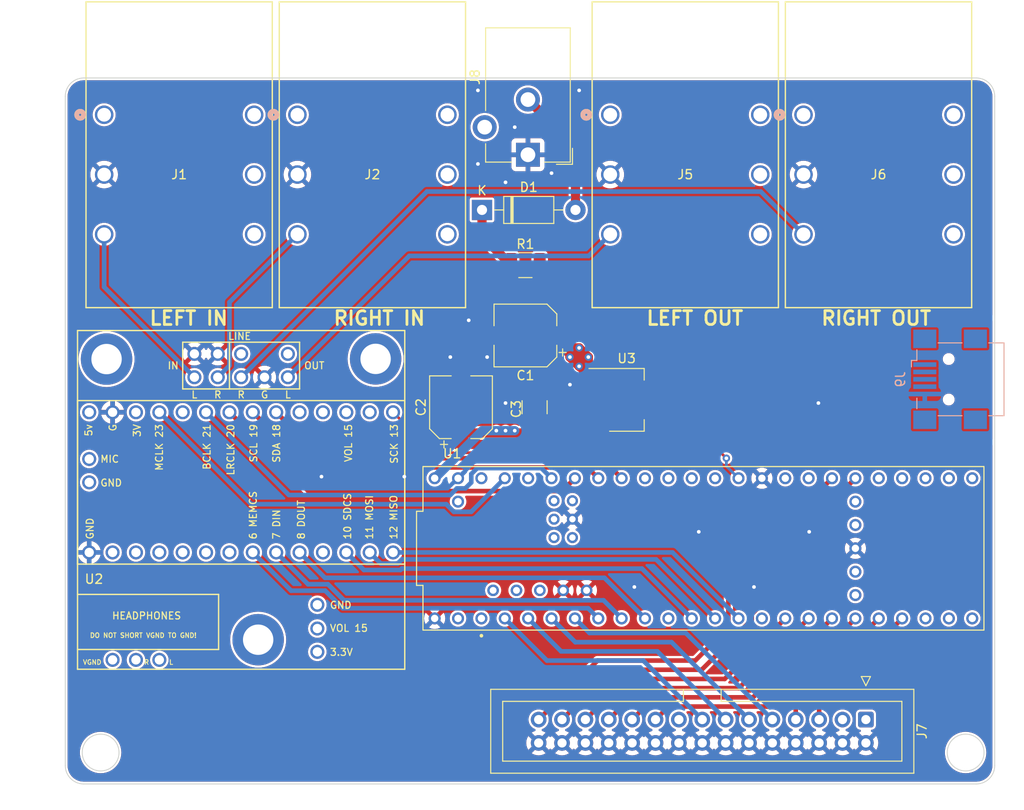
<source format=kicad_pcb>
(kicad_pcb (version 20221018) (generator pcbnew)
  (layers (0 "F.Cu" signal) (1 "In1.Cu" signal) (2 "In2.Cu" signal) (31 "B.Cu" signal) (34 "B.Paste" user) (35 "F.Paste" user) (36 "B.SilkS" user "B.Silkscreen") (37 "F.SilkS" user "F.Silkscreen") (38 "B.Mask" user) (39 "F.Mask" user) (44 "Edge.Cuts" user))
  (net 0 "")
  (net 17 "GND")
  (net 18 "+3.3V")
  (net 19 "FSW_1")
  (net 20 "FSW_2")
  (net 21 "+9V")
  (net 22 "+5V")
  (net 23 "LED_GSCLK")
  (net 24 "LED_BLANK")
  (net 25 "LED_XLAT")
  (net 26 "LED_SCLK")
  (net 27 "LED_SIN")
  (net 28 "POT_1")
  (net 29 "POT_2")
  (net 30 "POT_3")
  (net 31 "POT_4")
  (net 32 "POT_5")
  (net 33 "POT_6")
  (net 35 "Net-(J9-D-)")
  (net 36 "Net-(J9-D+)")
  (net 38 "Audio MEMCS")
  (net 45 "Audio DIN")
  (net 46 "Audio DOUT")
  (net 47 "Audio SDCS")
  (net 49 "Audio MOSI")
  (net 50 "Audio MISO")
  (net 51 "Audio SCK")
  (net 56 "Audio SDA")
  (net 59 "Audio SCL")
  (net 60 "Audio LRCLK")
  (net 61 "L Line In")
  (net 62 "R Line In")
  (net 63 "L Line Out")
  (net 64 "R Line Out")
  (net 65 "Audio BCLK")
  (net 66 "Audio MCLK")
  (net 103 "Net-(D1-K)")
  (net 104 "Net-(D1-A)")
  (net 105 "Earth")
  (footprint "Custom Audio Connectors:ACJS-IH_AMP" (layer "F.Cu") (at 160.383401 68.652701)
    (fp_text reference "J5" (at 8.149999 6.5 unlocked) (layer "F.SilkS"))
    (fp_text value "ACJS-IH")
    (pad "R" thru_hole circle (at 0 6.5) (size 2.0066 2.0066) (drill 1.4986) (layers "*.Cu" "*.Mask") (net 17 "GND"))
    (pad "RN" thru_hole circle (at 16.299998 6.5) (size 2.0066 2.0066) (drill 1.4986) (layers "*.Cu" "*.Mask"))
    (pad "S" thru_hole circle (at 0 0) (size 2.0066 2.0066) (drill 1.4986) (layers "*.Cu" "*.Mask"))
    (pad "SN" thru_hole circle (at 16.299998 0) (size 2.0066 2.0066) (drill 1.4986) (layers "*.Cu" "*.Mask"))
    (pad "T" thru_hole circle (at 0 12.999999) (size 2.0066 2.0066) (drill 1.4986) (layers "*.Cu" "*.Mask") (net 63 "L Line Out"))
    (pad "TN" thru_hole circle (at 16.299998 12.999999) (size 2.0066 2.0066) (drill 1.4986) (layers "*.Cu" "*.Mask"))
  )
  (footprint "Custom Audio Connectors:ACJS-IH_AMP" (layer "F.Cu") (at 181.383401 68.652701)
    (fp_text reference "J6" (at 8.149999 6.5 unlocked) (layer "F.SilkS"))
    (fp_text value "ACJS-IH")
    (pad "R" thru_hole circle (at 0 6.5) (size 2.0066 2.0066) (drill 1.4986) (layers "*.Cu" "*.Mask") (net 17 "GND"))
    (pad "RN" thru_hole circle (at 16.299998 6.5) (size 2.0066 2.0066) (drill 1.4986) (layers "*.Cu" "*.Mask"))
    (pad "S" thru_hole circle (at 0 0) (size 2.0066 2.0066) (drill 1.4986) (layers "*.Cu" "*.Mask"))
    (pad "SN" thru_hole circle (at 16.299998 0) (size 2.0066 2.0066) (drill 1.4986) (layers "*.Cu" "*.Mask"))
    (pad "T" thru_hole circle (at 0 12.999999) (size 2.0066 2.0066) (drill 1.4986) (layers "*.Cu" "*.Mask") (net 64 "R Line Out"))
    (pad "TN" thru_hole circle (at 16.299998 12.999999) (size 2.0066 2.0066) (drill 1.4986) (layers "*.Cu" "*.Mask"))
  )
  (footprint "Diode_THT:D_DO-41_SOD81_P10.16mm_Horizontal" (layer "F.Cu") (at 146.443645 79)
    (fp_text reference "D1" (at 5.08 -2.47) (layer "F.SilkS"))
    (fp_text value "D")
    (fp_text user "K" (at 0 -2.1) (layer "F.SilkS"))
    (pad "1" thru_hole rect (at 0 0) (size 2.2 2.2) (drill 1.1) (layers "*.Cu" "*.Mask") (net 103 "Net-(D1-K)"))
    (pad "2" thru_hole oval (at 10.16 0) (size 2.2 2.2) (drill 1.1) (layers "*.Cu" "*.Mask") (net 104 "Net-(D1-A)"))
  )
  (footprint "Resistor_SMD:R_1210_3225Metric_Pad1.30x2.65mm_HandSolder" (layer "F.Cu") (at 151.16 85)
    (fp_text reference "R1" (at 0 -2.28) (layer "F.SilkS"))
    (fp_text value "47R")
    (pad "1" smd roundrect (at -1.55 0) (size 1.3 2.65) (layers "F.Cu" "F.Paste" "F.Mask") (roundrect_rratio 0.1923076923) (net 103 "Net-(D1-K)"))
    (pad "2" smd roundrect (at 1.55 0) (size 1.3 2.65) (layers "F.Cu" "F.Paste" "F.Mask") (roundrect_rratio 0.1923076923) (net 21 "+9V"))
  )
  (footprint "Imported Footprints:4.0audioshield" (layer "F.Cu") (at 103.76 116.242701)
    (fp_text reference "U2" (at 0.5207 2.89814) (layer "F.SilkS"))
    (fp_text value "Teensy4.0_AudioShield_REVD")
    (fp_text user "GND" (at 0.08636 -2.594852 90) (layer "F.SilkS") (effects (font (size 0.762 0.762) (thickness 0.127))))
    (fp_text user "L" (at 8.90524 11.94054) (layer "F.SilkS") (effects (font (size 0.508 0.508) (thickness 0.1016))))
    (fp_text user "L" (at 21.59 -17.145) (layer "F.SilkS") (effects (font (size 0.762 0.762) (thickness 0.127))))
    (fp_text user "GND" (at 27.331489 5.73278) (layer "F.SilkS") (effects (font (size 0.762 0.762) (thickness 0.127))))
    (fp_text user "BCLK 21" (at 12.79144 -11.476808 90) (layer "F.SilkS") (effects (font (size 0.762 0.762) (thickness 0.127))))
    (fp_text user "VOL 15" (at 28.1686 -11.894094 90) (layer "F.SilkS") (effects (font (size 0.762 0.762) (thickness 0.127))))
    (fp_text user "R" (at 6.23316 11.94054) (layer "F.SilkS") (effects (font (size 0.508 0.508) (thickness 0.1016))))
    (fp_text user "7 DIN" (at 20.35302 -3.048423 90) (layer "F.SilkS") (effects (font (size 0.762 0.762) (thickness 0.127))))
    (fp_text user "SCL 19" (at 17.86636 -11.875951 90) (layer "F.SilkS") (effects (font (size 0.762 0.762) (thickness 0.127))))
    (fp_text user "L" (at 11.43 -17.145) (layer "F.SilkS") (effects (font (size 0.762 0.762) (thickness 0.127))))
    (fp_text user "VOL 15" (at 28.220489 8.23976) (layer "F.SilkS") (effects (font (size 0.762 0.762) (thickness 0.127))))
    (fp_text user "8 DOUT" (at 23.04288 -3.556423 90) (layer "F.SilkS") (effects (font (size 0.762 0.762) (thickness 0.127))))
    (fp_text user "LINE" (at 16.34236 -23.51024) (layer "F.SilkS") (effects (font (size 0.762 0.762) (thickness 0.127))))
    (fp_text user "GND" (at 2.3876 -7.56412) (layer "F.SilkS") (effects (font (size 0.762 0.762) (thickness 0.127))))
    (fp_text user "MCLK 23" (at 7.61492 -11.42238 90) (layer "F.SilkS") (effects (font (size 0.762 0.762) (thickness 0.127))))
    (fp_text user "5v" (at -0.05588 -13.291094 90) (layer "F.SilkS") (effects (font (size 0.762 0.762) (thickness 0.127))))
    (fp_text user "11 MOSI" (at 30.45206 -3.828566 90) (layer "F.SilkS") (effects (font (size 0.762 0.762) (thickness 0.127))))
    (fp_text user "MIC" (at 2.224314 -10.15238) (layer "F.SilkS") (effects (font (size 0.762 0.762) (thickness 0.127))))
    (fp_text user "3V" (at 5.20954 -13.254808 90) (layer "F.SilkS") (effects (font (size 0.762 0.762) (thickness 0.127))))
    (fp_text user "G" (at 2.57048 -13.563237 90) (layer "F.SilkS") (effects (font (size 0.762 0.762) (thickness 0.127))))
    (fp_text user "6 MEMCS" (at 17.81556 -4.04628 270) (layer "F.SilkS") (effects (font (size 0.762 0.762) (thickness 0.127))))
    (fp_text user "SDA 18" (at 20.35302 -11.857808 90) (layer "F.SilkS") (effects (font (size 0.762 0.762) (thickness 0.127))))
    (fp_text user "SCK 13" (at 33.14192 -11.80338 270) (layer "F.SilkS") (effects (font (size 0.762 0.762) (thickness 0.127))))
    (fp_text user "10 SDCS" (at 28.067 -3.937423 90) (layer "F.SilkS") (effects (font (size 0.762 0.762) (thickness 0.127))))
    (fp_text user "3.3V" (at 27.40406 10.8458) (layer "F.SilkS") (effects (font (size 0.762 0.762) (thickness 0.127))))
    (fp_text user "OUT" (at 24.4602 -20.31238) (layer "F.SilkS") (effects (font (size 0.762 0.762) (thickness 0.127))))
    (fp_text user "12 MISO" (at 33.09112 -3.828566 90) (layer "F.SilkS") (effects (font (size 0.762 0.762) (thickness 0.127))))
    (fp_text user "DO NOT SHORT VGND TO GND!" (at 5.87756 9.02208) (layer "F.SilkS") (effects (font (size 0.508 0.508) (thickness 0.1016))))
    (fp_text user "IN" (at 9.1186 -20.30984) (layer "F.SilkS") (effects (font (size 0.762 0.762) (thickness 0.127))))
    (fp_text user "HEADPHONES" (at 6.23316 6.88594) (layer "F.SilkS") (effects (font (size 0.762 0.762) (thickness 0.127))))
    (fp_text user "G" (at 19.05 -17.145) (layer "F.SilkS") (effects (font (size 0.762 0.762) (thickness 0.127))))
    (fp_text user "R" (at 16.51 -17.145) (layer "F.SilkS") (effects (font (size 0.762 0.762) (thickness 0.127))))
    (fp_text user "LRCLK 20" (at 15.3797 -11.16838 90) (layer "F.SilkS") (effects (font (size 0.762 0.762) (thickness 0.127))))
    (fp_text user "R" (at 13.97 -17.145) (layer "F.SilkS") (effects (font (size 0.762 0.762) (thickness 0.127))))
    (fp_text user "VGND" (at 0.32258 11.94054) (layer "F.SilkS") (effects (font (size 0.508 0.508) (thickness 0.1016))))
    (pad "" thru_hole circle (at 1.88468 -21.02612) (size 5.588 5.588) (drill 3.302) (layers "*.Cu"))
    (pad "" thru_hole circle (at 18.35912 9.48944) (size 5.588 5.588) (drill 3.302) (layers "*.Cu"))
    (pad "" thru_hole circle (at 31.12262 -21.04644) (size 5.588 5.588) (drill 3.302) (layers "*.Cu"))
    (pad "1" thru_hole oval (at 0 0) (size 1.524 1.524) (drill 1.016) (layers "*.Cu" "*.Mask") (net 17 "GND"))
    (pad "2" thru_hole oval (at 2.54 0) (size 1.524 1.524) (drill 1.016) (layers "*.Cu" "*.Mask"))
    (pad "3" thru_hole oval (at 5.08 0) (size 1.524 1.524) (drill 1.016) (layers "*.Cu" "*.Mask"))
    (pad "4" thru_hole oval (at 7.62 0) (size 1.524 1.524) (drill 1.016) (layers "*.Cu" "*.Mask"))
    (pad "5" thru_hole oval (at 10.16 0) (size 1.524 1.524) (drill 1.016) (layers "*.Cu" "*.Mask"))
    (pad "6" thru_hole oval (at 12.7 0) (size 1.524 1.524) (drill 1.016) (layers "*.Cu" "*.Mask"))
    (pad "7" thru_hole oval (at 15.24 0) (size 1.524 1.524) (drill 1.016) (layers "*.Cu" "*.Mask"))
    (pad "8" thru_hole oval (at 17.78 0) (size 1.524 1.524) (drill 1.016) (layers "*.Cu" "*.Mask") (net 38 "Audio MEMCS"))
    (pad "9" thru_hole oval (at 20.32 0) (size 1.524 1.524) (drill 1.016) (layers "*.Cu" "*.Mask") (net 45 "Audio DIN"))
    (pad "10" thru_hole oval (at 22.86 0) (size 1.524 1.524) (drill 1.016) (layers "*.Cu" "*.Mask") (net 46 "Audio DOUT"))
    (pad "11" thru_hole oval (at 25.4 0) (size 1.524 1.524) (drill 1.016) (layers "*.Cu" "*.Mask"))
    (pad "12" thru_hole oval (at 27.94 0) (size 1.524 1.524) (drill 1.016) (layers "*.Cu" "*.Mask") (net 47 "Audio SDCS"))
    (pad "13" thru_hole oval (at 30.48 0) (size 1.524 1.524) (drill 1.016) (layers "*.Cu" "*.Mask") (net 49 "Audio MOSI"))
    (pad "14" thru_hole oval (at 33.02 0) (size 1.524 1.524) (drill 1.016) (layers "*.Cu" "*.Mask") (net 50 "Audio MISO"))
    (pad "15" thru_hole oval (at 0 -10.16) (size 1.524 1.524) (drill 1.016) (layers "*.Cu" "*.Mask"))
    (pad "16" thru_hole oval (at 0 -7.62) (size 1.524 1.524) (drill 1.016) (layers "*.Cu" "*.Mask"))
    (pad "17" thru_hole oval (at 33.02 -15.24) (size 1.524 1.524) (drill 1.016) (layers "*.Cu" "*.Mask") (net 51 "Audio SCK"))
    (pad "18" thru_hole oval (at 30.48 -15.24) (size 1.524 1.524) (drill 1.016) (layers "*.Cu" "*.Mask"))
    (pad "19" thru_hole oval (at 27.94 -15.24) (size 1.524 1.524) (drill 1.016) (layers "*.Cu" "*.Mask"))
    (pad "20" thru_hole oval (at 25.4 -15.24) (size 1.524 1.524) (drill 1.016) (layers "*.Cu" "*.Mask"))
    (pad "21" thru_hole oval (at 22.86 -15.24) (size 1.524 1.524) (drill 1.016) (layers "*.Cu" "*.Mask"))
    (pad "22" thru_hole oval (at 20.32 -15.24) (size 1.524 1.524) (drill 1.016) (layers "*.Cu" "*.Mask") (net 56 "Audio SDA"))
    (pad "23" thru_hole oval (at 17.78 -15.24) (size 1.524 1.524) (drill 1.016) (layers "*.Cu" "*.Mask") (net 59 "Audio SCL"))
    (pad "24" thru_hole oval (at 15.24 -15.24) (size 1.524 1.524) (drill 1.016) (layers "*.Cu" "*.Mask") (net 60 "Audio LRCLK"))
    (pad "25" thru_hole oval (at 12.7 -15.24) (size 1.524 1.524) (drill 1.016) (layers "*.Cu" "*.Mask") (net 65 "Audio BCLK"))
    (pad "26" thru_hole oval (at 10.16 -15.24) (size 1.524 1.524) (drill 1.016) (layers "*.Cu" "*.Mask"))
    (pad "27" thru_hole oval (at 7.62 -15.24) (size 1.524 1.524) (drill 1.016) (layers "*.Cu" "*.Mask") (net 66 "Audio MCLK"))
    (pad "28" thru_hole oval (at 5.08 -15.24) (size 1.524 1.524) (drill 1.016) (layers "*.Cu" "*.Mask") (net 18 "+3.3V"))
    (pad "29" thru_hole oval (at 2.54 -15.24) (size 1.524 1.524) (drill 1.016) (layers "*.Cu" "*.Mask") (net 17 "GND"))
    (pad "30" thru_hole oval (at 0 -15.24) (size 1.524 1.524) (drill 1.016) (layers "*.Cu" "*.Mask"))
    (pad "31" thru_hole circle (at 21.59 -19.05) (size 1.524 1.524) (drill 1.016) (layers "*.Cu" "*.Mask") (net 63 "L Line Out"))
    (pad "32" thru_hole circle (at 19.05 -19.05) (size 1.524 1.524) (drill 1.016) (layers "*.Cu" "*.Mask") (net 17 "GND"))
    (pad "33" thru_hole circle (at 16.51 -19.05) (size 1.524 1.524) (drill 1.016) (layers "*.Cu" "*.Mask") (net 64 "R Line Out"))
    (pad "34" thru_hole circle (at 13.97 -19.05) (size 1.524 1.524) (drill 1.016) (layers "*.Cu" "*.Mask") (net 62 "R Line In"))
    (pad "35" thru_hole circle (at 11.43 -19.05) (size 1.524 1.524) (drill 1.016) (layers "*.Cu" "*.Mask") (net 61 "L Line In"))
    (pad "36" thru_hole circle (at 13.97 -21.59) (size 1.524 1.524) (drill 1.016) (layers "*.Cu" "*.Mask") (net 17 "GND"))
    (pad "37" thru_hole circle (at 11.43 -21.59) (size 1.524 1.524) (drill 1.016) (layers "*.Cu" "*.Mask") (net 17 "GND"))
    (pad "38" thru_hole circle (at 24.7904 5.69214) (size 1.524 1.524) (drill 1.016) (layers "*.Cu" "*.Mask"))
    (pad "39" thru_hole circle (at 24.7904 8.27278) (size 1.524 1.524) (drill 1.016) (layers "*.Cu" "*.Mask"))
    (pad "40" thru_hole circle (at 24.7904 10.81024) (size 1.524 1.524) (drill 1.016) (layers "*.Cu" "*.Mask"))
    (pad "41" thru_hole oval (at 7.62 11.684) (size 1.524 1.524) (drill 1.016) (layers "*.Cu" "*.Mask"))
    (pad "42" thru_hole oval (at 5.08 11.684) (size 1.524 1.524) (drill 1.016) (layers "*.Cu" "*.Mask"))
    (pad "43" thru_hole oval (at 2.54 11.684) (size 1.524 1.524) (drill 1.016) (layers "*.Cu" "*.Mask"))
    (pad "45" thru_hole circle (at 16.51 -21.59) (size 1.524 1.524) (drill 1.016) (layers "*.Cu" "*.Mask"))
    (pad "46" thru_hole circle (at 21.59 -21.59) (size 1.524 1.524) (drill 1.016) (layers "*.Cu" "*.Mask"))
  )
  (footprint "Capacitor_SMD:C_1210_3225Metric_Pad1.33x2.70mm_HandSolder" (layer "F.Cu") (at 152.16 100.452701 90)
    (fp_text reference "C3" (at -0.2 -2 90) (layer "F.SilkS"))
    (fp_text value "100n 16V")
    (pad "1" smd roundrect (at -1.5625 0 90) (size 1.325 2.7) (layers "F.Cu" "F.Paste" "F.Mask") (roundrect_rratio 0.1886792453) (net 22 "+5V"))
    (pad "2" smd roundrect (at 1.5625 0 90) (size 1.325 2.7) (layers "F.Cu" "F.Paste" "F.Mask") (roundrect_rratio 0.1886792453) (net 17 "GND"))
  )
  (footprint "Connector_IDC:IDC-Header_2x15_P2.54mm_Vertical" (layer "F.Cu") (at 188.16 134.416701 -90)
    (fp_text reference "J7" (at 1.27 -6.1 90) (layer "F.SilkS"))
    (fp_text value "Conn_02x15_Odd_Even")
    (pad "1" thru_hole roundrect (at 0 0 270) (size 1.7 1.7) (drill 1) (layers "*.Cu" "*.Mask") (roundrect_rratio 0.1470588235) (net 21 "+9V"))
    (pad "2" thru_hole circle (at 2.54 0 270) (size 1.7 1.7) (drill 1) (layers "*.Cu" "*.Mask") (net 17 "GND"))
    (pad "3" thru_hole circle (at 0 2.54 270) (size 1.7 1.7) (drill 1) (layers "*.Cu" "*.Mask") (net 18 "+3.3V"))
    (pad "4" thru_hole circle (at 2.54 2.54 270) (size 1.7 1.7) (drill 1) (layers "*.Cu" "*.Mask") (net 17 "GND"))
    (pad "5" thru_hole circle (at 0 5.08 270) (size 1.7 1.7) (drill 1) (layers "*.Cu" "*.Mask") (net 20 "FSW_2"))
    (pad "6" thru_hole circle (at 2.54 5.08 270) (size 1.7 1.7) (drill 1) (layers "*.Cu" "*.Mask") (net 17 "GND"))
    (pad "7" thru_hole circle (at 0 7.62 270) (size 1.7 1.7) (drill 1) (layers "*.Cu" "*.Mask") (net 19 "FSW_1"))
    (pad "8" thru_hole circle (at 2.54 7.62 270) (size 1.7 1.7) (drill 1) (layers "*.Cu" "*.Mask") (net 17 "GND"))
    (pad "9" thru_hole circle (at 0 10.16 270) (size 1.7 1.7) (drill 1) (layers "*.Cu" "*.Mask") (net 23 "LED_GSCLK"))
    (pad "10" thru_hole circle (at 2.54 10.16 270) (size 1.7 1.7) (drill 1) (layers "*.Cu" "*.Mask") (net 17 "GND"))
    (pad "11" thru_hole circle (at 0 12.7 270) (size 1.7 1.7) (drill 1) (layers "*.Cu" "*.Mask") (net 26 "LED_SCLK"))
    (pad "12" thru_hole circle (at 2.54 12.7 270) (size 1.7 1.7) (drill 1) (layers "*.Cu" "*.Mask") (net 17 "GND"))
    (pad "13" thru_hole circle (at 0 15.24 270) (size 1.7 1.7) (drill 1) (layers "*.Cu" "*.Mask") (net 25 "LED_XLAT"))
    (pad "14" thru_hole circle (at 2.54 15.24 270) (size 1.7 1.7) (drill 1) (layers "*.Cu" "*.Mask") (net 17 "GND"))
    (pad "15" thru_hole circle (at 0 17.78 270) (size 1.7 1.7) (drill 1) (layers "*.Cu" "*.Mask") (net 24 "LED_BLANK"))
    (pad "16" thru_hole circle (at 2.54 17.78 270) (size 1.7 1.7) (drill 1) (layers "*.Cu" "*.Mask") (net 17 "GND"))
    (pad "17" thru_hole circle (at 0 20.32 270) (size 1.7 1.7) (drill 1) (layers "*.Cu" "*.Mask") (net 27 "LED_SIN"))
    (pad "18" thru_hole circle (at 2.54 20.32 270) (size 1.7 1.7) (drill 1) (layers "*.Cu" "*.Mask") (net 17 "GND"))
    (pad "19" thru_hole circle (at 0 22.86 270) (size 1.7 1.7) (drill 1) (layers "*.Cu" "*.Mask") (net 28 "POT_1"))
    (pad "20" thru_hole circle (at 2.54 22.86 270) (size 1.7 1.7) (drill 1) (layers "*.Cu" "*.Mask") (net 17 "GND"))
    (pad "21" thru_hole circle (at 0 25.4 270) (size 1.7 1.7) (drill 1) (layers "*.Cu" "*.Mask") (net 29 "POT_2"))
    (pad "22" thru_hole circle (at 2.54 25.4 270) (size 1.7 1.7) (drill 1) (layers "*.Cu" "*.Mask") (net 17 "GND"))
    (pad "23" thru_hole circle (at 0 27.94 270) (size 1.7 1.7) (drill 1) (layers "*.Cu" "*.Mask") (net 30 "POT_3"))
    (pad "24" thru_hole circle (at 2.54 27.94 270) (size 1.7 1.7) (drill 1) (layers "*.Cu" "*.Mask") (net 17 "GND"))
    (pad "25" thru_hole circle (at 0 30.48 270) (size 1.7 1.7) (drill 1) (layers "*.Cu" "*.Mask") (net 31 "POT_4"))
    (pad "26" thru_hole circle (at 2.54 30.48 270) (size 1.7 1.7) (drill 1) (layers "*.Cu" "*.Mask") (net 17 "GND"))
    (pad "27" thru_hole circle (at 0 33.02 270) (size 1.7 1.7) (drill 1) (layers "*.Cu" "*.Mask") (net 32 "POT_5"))
    (pad "28" thru_hole circle (at 2.54 33.02 270) (size 1.7 1.7) (drill 1) (layers "*.Cu" "*.Mask") (net 17 "GND"))
    (pad "29" thru_hole circle (at 0 35.56 270) (size 1.7 1.7) (drill 1) (layers "*.Cu" "*.Mask") (net 33 "POT_6"))
    (pad "30" thru_hole circle (at 2.54 35.56 270) (size 1.7 1.7) (drill 1) (layers "*.Cu" "*.Mask") (net 17 "GND"))
  )
  (footprint "Capacitor_SMD:CP_Elec_6.3x5.9" (layer "F.Cu") (at 151.16 92.652701 180)
    (fp_text reference "C1" (at 0 -4.35) (layer "F.SilkS"))
    (fp_text value "100u 16V")
    (pad "1" smd roundrect (at -2.8 0 180) (size 3.5 1.6) (layers "F.Cu" "F.Paste" "F.Mask") (roundrect_rratio 0.15625) (net 21 "+9V"))
    (pad "2" smd roundrect (at 2.8 0 180) (size 3.5 1.6) (layers "F.Cu" "F.Paste" "F.Mask") (roundrect_rratio 0.15625) (net 17 "GND"))
  )
  (footprint "Connector_BarrelJack:BarrelJack_CUI_PJ-102AH_Horizontal" (layer "F.Cu") (at 151.436187 73 180)
    (fp_text reference "J8" (at 5.75 8.45 90) (layer "F.SilkS"))
    (fp_text value "Barrel_Jack_Switch")
    (pad "1" thru_hole rect (at 0 0 180) (size 2.6 2.6) (drill 1.6) (layers "*.Cu" "*.Mask") (net 17 "GND"))
    (pad "2" thru_hole circle (at 0 6 180) (size 2.6 2.6) (drill 1.6) (layers "*.Cu" "*.Mask") (net 104 "Net-(D1-A)"))
    (pad "3" thru_hole circle (at 4.7 3 180) (size 2.6 2.6) (drill 1.6) (layers "*.Cu" "*.Mask"))
  )
  (footprint "Package_TO_SOT_SMD:SOT-223" (layer "F.Cu") (at 162.16 99.652701)
    (fp_text reference "U3" (at 0 -4.5) (layer "F.SilkS"))
    (fp_text value "LM7805_TO220")
    (pad "1" smd rect (at -3.15 -2.3) (size 2 1.5) (layers "F.Cu" "F.Paste" "F.Mask") (net 21 "+9V"))
    (pad "2" smd rect (at -3.15 0) (size 2 1.5) (layers "F.Cu" "F.Paste" "F.Mask") (net 17 "GND"))
    (pad "3" smd rect (at -3.15 2.3) (size 2 1.5) (layers "F.Cu" "F.Paste" "F.Mask") (net 22 "+5V"))
    (pad "4" smd rect (at 3.15 0) (size 2 3.8) (layers "F.Cu" "F.Paste" "F.Mask"))
  )
  (footprint "Imported Footprints:MODULE_DEV-16771" (layer "F.Cu") (at 170.51 115.796701)
    (fp_text reference "U1" (at -27.305 -10.295) (layer "F.SilkS"))
    (fp_text value "Teensy4.1")
    (pad "0" thru_hole circle (at -26.67 7.62) (size 1.308 1.308) (drill 0.8) (layers "*.Cu" "*.Mask"))
    (pad "1" thru_hole circle (at -24.13 7.62) (size 1.308 1.308) (drill 0.8) (layers "*.Cu" "*.Mask"))
    (pad "2" thru_hole circle (at -21.59 7.62) (size 1.308 1.308) (drill 0.8) (layers "*.Cu" "*.Mask") (net 24 "LED_BLANK"))
    (pad "3" thru_hole circle (at -19.05 7.62) (size 1.308 1.308) (drill 0.8) (layers "*.Cu" "*.Mask") (net 25 "LED_XLAT"))
    (pad "3.3V_1" thru_hole circle (at 6.35 7.62) (size 1.308 1.308) (drill 0.8) (layers "*.Cu" "*.Mask") (net 18 "+3.3V"))
    (pad "3.3V_2" thru_hole circle (at -24.13 -7.62) (size 1.308 1.308) (drill 0.8) (layers "*.Cu" "*.Mask") (net 18 "+3.3V"))
    (pad "3.3V_3" thru_hole circle (at 16.51 2.54) (size 1.308 1.308) (drill 0.8) (layers "*.Cu" "*.Mask") (net 18 "+3.3V"))
    (pad "4" thru_hole circle (at -16.51 7.62) (size 1.308 1.308) (drill 0.8) (layers "*.Cu" "*.Mask") (net 26 "LED_SCLK"))
    (pad "5" thru_hole circle (at -13.97 7.62) (size 1.308 1.308) (drill 0.8) (layers "*.Cu" "*.Mask") (net 23 "LED_GSCLK"))
    (pad "5V" thru_hole circle (at -22.86 4.57) (size 1.258 1.258) (drill 0.75) (layers "*.Cu" "*.Mask"))
    (pad "6" thru_hole circle (at -11.43 7.62) (size 1.308 1.308) (drill 0.8) (layers "*.Cu" "*.Mask") (net 38 "Audio MEMCS"))
    (pad "7" thru_hole circle (at -8.89 7.62) (size 1.308 1.308) (drill 0.8) (layers "*.Cu" "*.Mask") (net 45 "Audio DIN"))
    (pad "8" thru_hole circle (at -6.35 7.62) (size 1.308 1.308) (drill 0.8) (layers "*.Cu" "*.Mask") (net 46 "Audio DOUT"))
    (pad "9" thru_hole circle (at -3.81 7.62) (size 1.308 1.308) (drill 0.8) (layers "*.Cu" "*.Mask") (net 27 "LED_SIN"))
    (pad "10" thru_hole circle (at -1.27 7.62) (size 1.308 1.308) (drill 0.8) (layers "*.Cu" "*.Mask") (net 47 "Audio SDCS"))
    (pad "11" thru_hole circle (at 1.27 7.62) (size 1.308 1.308) (drill 0.8) (layers "*.Cu" "*.Mask") (net 49 "Audio MOSI"))
    (pad "12" thru_hole circle (at 3.81 7.62) (size 1.308 1.308) (drill 0.8) (layers "*.Cu" "*.Mask") (net 50 "Audio MISO"))
    (pad "13" thru_hole circle (at 3.81 -7.62) (size 1.308 1.308) (drill 0.8) (layers "*.Cu" "*.Mask") (net 51 "Audio SCK"))
    (pad "14" thru_hole circle (at 1.27 -7.62) (size 1.308 1.308) (drill 0.8) (layers "*.Cu" "*.Mask"))
    (pad "15" thru_hole circle (at -1.27 -7.62) (size 1.308 1.308) (drill 0.8) (layers "*.Cu" "*.Mask"))
    (pad "16" thru_hole circle (at -3.81 -7.62) (size 1.308 1.308) (drill 0.8) (layers "*.Cu" "*.Mask"))
    (pad "17" thru_hole circle (at -6.35 -7.62) (size 1.308 1.308) (drill 0.8) (layers "*.Cu" "*.Mask"))
    (pad "18" thru_hole circle (at -8.89 -7.62) (size 1.308 1.308) (drill 0.8) (layers "*.Cu" "*.Mask") (net 56 "Audio SDA"))
    (pad "19" thru_hole circle (at -11.43 -7.62) (size 1.308 1.308) (drill 0.8) (layers "*.Cu" "*.Mask") (net 59 "Audio SCL"))
    (pad "20" thru_hole circle (at -13.97 -7.62) (size 1.308 1.308) (drill 0.8) (layers "*.Cu" "*.Mask") (net 60 "Audio LRCLK"))
    (pad "21" thru_hole circle (at -16.51 -7.62) (size 1.308 1.308) (drill 0.8) (layers "*.Cu" "*.Mask") (net 65 "Audio BCLK"))
    (pad "22" thru_hole circle (at -19.05 -7.62) (size 1.308 1.308) (drill 0.8) (layers "*.Cu" "*.Mask"))
    (pad "23" thru_hole circle (at -21.59 -7.62) (size 1.308 1.308) (drill 0.8) (layers "*.Cu" "*.Mask") (net 66 "Audio MCLK"))
    (pad "24" thru_hole circle (at 8.89 7.62) (size 1.308 1.308) (drill 0.8) (layers "*.Cu" "*.Mask") (net 31 "POT_4"))
    (pad "25" thru_hole circle (at 11.43 7.62) (size 1.308 1.308) (drill 0.8) (layers "*.Cu" "*.Mask") (net 30 "POT_3"))
    (pad "26" thru_hole circle (at 13.97 7.62) (size 1.308 1.308) (drill 0.8) (layers "*.Cu" "*.Mask") (net 29 "POT_2"))
    (pad "27" thru_hole circle (at 16.51 7.62) (size 1.308 1.308) (drill 0.8) (layers "*.Cu" "*.Mask") (net 28 "POT_1"))
    (pad "28" thru_hole circle (at 19.05 7.62) (size 1.308 1.308) (drill 0.8) (layers "*.Cu" "*.Mask") (net 19 "FSW_1"))
    (pad "29" thru_hole circle (at 21.59 7.62) (size 1.308 1.308) (drill 0.8) (layers "*.Cu" "*.Mask") (net 20 "FSW_2"))
    (pad "30" thru_hole circle (at 24.13 7.62) (size 1.308 1.308) (drill 0.8) (layers "*.Cu" "*.Mask"))
    (pad "31" thru_hole circle (at 26.67 7.62) (size 1.308 1.308) (drill 0.8) (layers "*.Cu" "*.Mask"))
    (pad "32" thru_hole circle (at 29.21 7.62) (size 1.308 1.308) (drill 0.8) (layers "*.Cu" "*.Mask"))
    (pad "33" thru_hole circle (at 29.21 -7.62) (size 1.308 1.308) (drill 0.8) (layers "*.Cu" "*.Mask"))
    (pad "34" thru_hole circle (at 26.67 -7.62) (size 1.308 1.308) (drill 0.8) (layers "*.Cu" "*.Mask"))
    (pad "35" thru_hole circle (at 24.13 -7.62) (size 1.308 1.308) (drill 0.8) (layers "*.Cu" "*.Mask"))
    (pad "36" thru_hole circle (at 21.59 -7.62) (size 1.308 1.308) (drill 0.8) (layers "*.Cu" "*.Mask"))
    (pad "37" thru_hole circle (at 19.05 -7.62) (size 1.308 1.308) (drill 0.8) (layers "*.Cu" "*.Mask"))
    (pad "38" thru_hole circle (at 16.51 -7.62) (size 1.308 1.308) (drill 0.8) (layers "*.Cu" "*.Mask") (net 32 "POT_5"))
    (pad "39" thru_hole circle (at 13.97 -7.62) (size 1.308 1.308) (drill 0.8) (layers "*.Cu" "*.Mask") (net 33 "POT_6"))
    (pad "40" thru_hole circle (at 11.43 -7.62) (size 1.308 1.308) (drill 0.8) (layers "*.Cu" "*.Mask"))
    (pad "41" thru_hole circle (at 8.89 -7.62) (size 1.308 1.308) (drill 0.8) (layers "*.Cu" "*.Mask"))
    (pad "D+" thru_hole circle (at -17.78 4.57) (size 1.258 1.258) (drill 0.75) (layers "*.Cu" "*.Mask") (net 36 "Net-(J9-D+)"))
    (pad "D-" thru_hole circle (at -20.32 4.57) (size 1.258 1.258) (drill 0.75) (layers "*.Cu" "*.Mask") (net 35 "Net-(J9-D-)"))
    (pad "GND1" thru_hole circle (at -29.21 7.62) (size 1.308 1.308) (drill 0.8) (layers "*.Cu" "*.Mask") (net 17 "GND"))
    (pad "GND2" thru_hole circle (at 6.35 -7.62) (size 1.308 1.308) (drill 0.8) (layers "*.Cu" "*.Mask") (net 17 "GND"))
    (pad "GND3" thru_hole circle (at -26.67 -7.62) (size 1.308 1.308) (drill 0.8) (layers "*.Cu" "*.Mask") (net 17 "GND"))
    (pad "GND4" thru_hole circle (at 16.51 0) (size 1.308 1.308) (drill 0.8) (layers "*.Cu" "*.Mask") (net 17 "GND"))
    (pad "GND5" thru_hole circle (at -14.24 -3.17) (size 1.208 1.208) (drill 0.7) (layers "*.Cu" "*.Mask") (net 17 "GND"))
    (pad "LED" thru_hole circle (at -16.24 -3.17) (size 1.208 1.208) (drill 0.7) (layers "*.Cu" "*.Mask"))
    (pad "ON/OFF" thru_hole circle (at 16.51 -5.08) (size 1.308 1.308) (drill 0.8) (layers "*.Cu" "*.Mask"))
    (pad "PROGRAM" thru_hole circle (at 16.51 -2.54) (size 1.308 1.308) (drill 0.8) (layers "*.Cu" "*.Mask"))
    (pad "R+" thru_hole circle (at -16.24 -5.17) (size 1.208 1.208) (drill 0.7) (layers "*.Cu" "*.Mask"))
    (pad "R-" thru_hole circle (at -14.24 -5.17) (size 1.208 1.208) (drill 0.7) (layers "*.Cu" "*.Mask"))
    (pad "T+" thru_hole circle (at -14.24 -1.17) (size 1.208 1.208) (drill 0.7) (layers "*.Cu" "*.Mask"))
    (pad "T-" thru_hole circle (at -16.24 -1.17) (size 1.208 1.208) (drill 0.7) (layers "*.Cu" "*.Mask"))
    (pad "USB_GND1" thru_hole circle (at -15.24 4.57) (size 1.258 1.258) (drill 0.75) (layers "*.Cu" "*.Mask") (net 17 "GND"))
    (pad "USB_GND2" thru_hole circle (at -12.7 4.57) (size 1.258 1.258) (drill 0.75) (layers "*.Cu" "*.Mask") (net 17 "GND"))
    (pad "VBAT" thru_hole circle (at 16.51 5.08) (size 1.308 1.308) (drill 0.8) (layers "*.Cu" "*.Mask"))
    (pad "VIN" thru_hole circle (at -29.21 -7.62) (size 1.308 1.308) (drill 0.8) (layers "*.Cu" "*.Mask") (net 22 "+5V"))
    (pad "VUSB" thru_hole circle (at -26.67 -5.08) (size 1.308 1.308) (drill 0.8) (layers "*.Cu" "*.Mask"))
  )
  (footprint "Capacitor_SMD:CP_Elec_6.3x5.9" (layer "F.Cu") (at 144.16 100.452701 90)
    (fp_text reference "C2" (at 0 -4.35 90) (layer "F.SilkS"))
    (fp_text value "100u 16V")
    (pad "1" smd roundrect (at -2.8 0 90) (size 3.5 1.6) (layers "F.Cu" "F.Paste" "F.Mask") (roundrect_rratio 0.15625) (net 22 "+5V"))
    (pad "2" smd roundrect (at 2.8 0 90) (size 3.5 1.6) (layers "F.Cu" "F.Paste" "F.Mask") (roundrect_rratio 0.15625) (net 17 "GND"))
  )
  (footprint "Custom Audio Connectors:ACJS-IH_AMP" (layer "F.Cu") (at 126.383401 68.652701)
    (fp_text reference "J2" (at 8.149999 6.5 unlocked) (layer "F.SilkS"))
    (fp_text value "ACJS-IH")
    (pad "R" thru_hole circle (at 0 6.5) (size 2.0066 2.0066) (drill 1.4986) (layers "*.Cu" "*.Mask") (net 17 "GND"))
    (pad "RN" thru_hole circle (at 16.299998 6.5) (size 2.0066 2.0066) (drill 1.4986) (layers "*.Cu" "*.Mask"))
    (pad "S" thru_hole circle (at 0 0) (size 2.0066 2.0066) (drill 1.4986) (layers "*.Cu" "*.Mask"))
    (pad "SN" thru_hole circle (at 16.299998 0) (size 2.0066 2.0066) (drill 1.4986) (layers "*.Cu" "*.Mask"))
    (pad "T" thru_hole circle (at 0 12.999999) (size 2.0066 2.0066) (drill 1.4986) (layers "*.Cu" "*.Mask") (net 62 "R Line In"))
    (pad "TN" thru_hole circle (at 16.299998 12.999999) (size 2.0066 2.0066) (drill 1.4986) (layers "*.Cu" "*.Mask"))
  )
  (footprint "Custom Audio Connectors:ACJS-IH_AMP" (layer "F.Cu") (at 105.383401 68.652701)
    (fp_text reference "J1" (at 8.149999 6.5 unlocked) (layer "F.SilkS"))
    (fp_text value "ACJS-IH")
    (pad "R" thru_hole circle (at 0 6.5) (size 2.0066 2.0066) (drill 1.4986) (layers "*.Cu" "*.Mask") (net 17 "GND"))
    (pad "RN" thru_hole circle (at 16.299998 6.5) (size 2.0066 2.0066) (drill 1.4986) (layers "*.Cu" "*.Mask"))
    (pad "S" thru_hole circle (at 0 0) (size 2.0066 2.0066) (drill 1.4986) (layers "*.Cu" "*.Mask"))
    (pad "SN" thru_hole circle (at 16.299998 0) (size 2.0066 2.0066) (drill 1.4986) (layers "*.Cu" "*.Mask"))
    (pad "T" thru_hole circle (at 0 12.999999) (size 2.0066 2.0066) (drill 1.4986) (layers "*.Cu" "*.Mask") (net 61 "L Line In"))
    (pad "TN" thru_hole circle (at 16.299998 12.999999) (size 2.0066 2.0066) (drill 1.4986) (layers "*.Cu" "*.Mask"))
  )
  (footprint "Connector_USB:USB_Mini-B_Wuerth_65100516121_Horizontal" (layer "B.Cu") (at 197.16 97.416701 -90)
    (fp_text reference "J9" (at 0 5.25 90) (layer "B.SilkS") (effects (justify mirror)))
    (fp_text value "USB_B_Mini")
    (pad "" np_thru_hole circle (at -2.2 0 270) (size 0.9 0.9) (drill 0.9) (layers "*.Cu" "*.Mask"))
    (pad "" np_thru_hole circle (at 2.2 0 270) (size 0.9 0.9) (drill 0.9) (layers "*.Cu" "*.Mask"))
    (pad "1" smd rect (at -1.6 2.6 270) (size 0.5 2.5) (layers "B.Cu" "B.Paste" "B.Mask"))
    (pad "2" smd rect (at -0.8 2.6 270) (size 0.5 2.5) (layers "B.Cu" "B.Paste" "B.Mask") (net 35 "Net-(J9-D-)"))
    (pad "3" smd rect (at 0 2.6 270) (size 0.5 2.5) (layers "B.Cu" "B.Paste" "B.Mask") (net 36 "Net-(J9-D+)"))
    (pad "4" smd rect (at 0.8 2.6 270) (size 0.5 2.5) (layers "B.Cu" "B.Paste" "B.Mask"))
    (pad "5" smd rect (at 1.6 2.6 270) (size 0.5 2.5) (layers "B.Cu" "B.Paste" "B.Mask") (net 17 "GND"))
    (pad "6" smd rect (at -4.4 -2.9 270) (size 2 2.5) (layers "B.Cu" "B.Paste" "B.Mask") (net 105 "Earth"))
    (pad "6" smd rect (at -4.4 2.6 270) (size 2 2.5) (layers "B.Cu" "B.Paste" "B.Mask") (net 105 "Earth"))
    (pad "6" smd rect (at 4.4 -2.9 270) (size 2 2.5) (layers "B.Cu" "B.Paste" "B.Mask") (net 105 "Earth"))
    (pad "6" smd rect (at 4.4 2.6 270) (size 2 2.5) (layers "B.Cu" "B.Paste" "B.Mask") (net 105 "Earth"))
  )
  (gr_line (start 200.16 141.416701) (end 103.16 141.416701) (stroke (width 0.1)) (layer "Edge.Cuts"))
  (gr_line (start 103.16 64.652701) (end 200.16 64.652701) (stroke (width 0.1)) (layer "Edge.Cuts"))
  (gr_circle (center 105 138) (end 107 138) (stroke (width 0.1)) (fill none) (layer "Edge.Cuts"))
  (gr_line (start 101.16 139.416701) (end 101.16 66.652701) (stroke (width 0.1)) (layer "Edge.Cuts"))
  (gr_arc (start 200.16 64.652701) (mid 201.574214 65.238487) (end 202.16 66.652701) (stroke (width 0.1)) (layer "Edge.Cuts"))
  (gr_arc (start 101.16 66.652701) (mid 101.745786 65.238487) (end 103.16 64.652701) (stroke (width 0.1)) (layer "Edge.Cuts"))
  (gr_arc (start 202.16 139.416701) (mid 201.574214 140.830915) (end 200.16 141.416701) (stroke (width 0.1)) (layer "Edge.Cuts"))
  (gr_arc (start 103.16 141.416701) (mid 101.745786 140.830915) (end 101.16 139.416701) (stroke (width 0.1)) (layer "Edge.Cuts"))
  (gr_circle (center 199 138) (end 201 138) (stroke (width 0.1)) (fill none) (layer "Edge.Cuts"))
  (gr_line (start 202.16 66.652701) (end 202.16 139.416701) (stroke (width 0.1)) (layer "Edge.Cuts"))
  (gr_text "LEFT OUT" (at 164.16 91.652701) (layer "F.SilkS") (effects (font (size 1.5 1.5) (thickness 0.3) bold) (justify left bottom)))
  (gr_text "RIGHT IN" (at 130.16 91.652701) (layer "F.SilkS") (effects (font (size 1.5 1.5) (thickness 0.3) bold) (justify left bottom)))
  (gr_text "LEFT IN" (at 110.16 91.652701) (layer "F.SilkS") (effects (font (size 1.5 1.5) (thickness 0.3) bold) (justify left bottom)))
  (gr_text "RIGHT OUT" (at 183.16 91.652701) (layer "F.SilkS") (effects (font (size 1.5 1.5) (thickness 0.3) bold) (justify left bottom)))
  (segment (start 191.183299 95.816701) (end 191 95.816701) (width 0.5) (layer "F.Cu") (net 17))
  (via (at 149 100) (size 0.8) (drill 0.4) (layers "F.Cu" "B.Cu") (net 17))
  (via (at 146 66) (size 0.8) (drill 0.4) (layers "F.Cu" "B.Cu") (net 17))
  (via (at 157 66) (size 0.8) (drill 0.4) (layers "F.Cu" "B.Cu") (net 17))
  (via (at 147 95) (size 0.8) (drill 0.4) (layers "F.Cu" "B.Cu") (net 17))
  (via (at 170 114) (size 0.8) (drill 0.4) (layers "F.Cu" "B.Cu") (net 17))
  (via (at 156 98) (size 0.8) (drill 0.4) (layers "F.Cu" "B.Cu") (net 17))
  (via (at 176 120) (size 0.8) (drill 0.4) (layers "F.Cu" "B.Cu") (net 17))
  (via (at 183 100) (size 0.8) (drill 0.4) (layers "F.Cu" "B.Cu") (net 17))
  (via (at 146 74) (size 0.8) (drill 0.4) (layers "F.Cu" "B.Cu") (net 17))
  (via (at 149 76) (size 0.8) (drill 0.4) (layers "F.Cu" "B.Cu") (net 17))
  (via (at 138 108) (size 0.8) (drill 0.4) (layers "F.Cu" "B.Cu") (net 17))
  (via (at 150 70) (size 0.8) (drill 0.4) (layers "F.Cu" "B.Cu") (net 17))
  (via (at 143 95) (size 0.8) (drill 0.4) (layers "F.Cu" "B.Cu") (net 17))
  (via (at 163 120) (size 0.8) (drill 0.4) (layers "F.Cu" "B.Cu") (net 17))
  (via (at 182 114) (size 0.8) (drill 0.4) (layers "F.Cu" "B.Cu") (net 17))
  (via (at 129 108) (size 0.8) (drill 0.4) (layers "F.Cu" "B.Cu") (net 17))
  (via (at 145 91) (size 0.8) (drill 0.4) (layers "F.Cu" "B.Cu") (net 17))
  (via (at 154 75) (size 0.8) (drill 0.4) (layers "F.Cu" "B.Cu") (net 17))
  (segment (start 189.56 123.416701) (end 180.54 132.436701) (width 0.5) (layer "F.Cu") (net 19))
  (segment (start 180.54 132.436701) (end 180.54 134.416701) (width 0.5) (layer "F.Cu") (net 19))
  (segment (start 192.1 123.416701) (end 183.08 132.436701) (width 0.5) (layer "F.Cu") (net 20))
  (segment (start 183.08 132.436701) (end 183.08 134.416701) (width 0.5) (layer "F.Cu") (net 20))
  (segment (start 158 96.342701) (end 159.01 97.352701) (width 1) (layer "F.Cu") (net 21))
  (segment (start 156.3073 95) (end 156.15365 94.84635) (width 1) (layer "F.Cu") (net 21))
  (segment (start 157 94) (end 156 95) (width 1) (layer "F.Cu") (net 21))
  (segment (start 159.01 97.352701) (end 158.66 97.352701) (width 1) (layer "F.Cu") (net 21))
  (segment (start 158.66 97.352701) (end 157 96) (width 1) (layer "F.Cu") (net 21))
  (segment (start 152.71 91.402701) (end 153.96 92.652701) (width 1) (layer "F.Cu") (net 21))
  (segment (start 158 95) (end 157 94) (width 1) (layer "F.Cu") (net 21))
  (segment (start 156.15365 94.84635) (end 153.96 92.652701) (width 1) (layer "F.Cu") (net 21))
  (segment (start 158 95) (end 156.3073 95) (width 1) (layer "F.Cu") (net 21))
  (segment (start 156 95) (end 156.15365 94.84635) (width 1) (layer "F.Cu") (net 21))
  (segment (start 152.71 85) (end 152.71 91.402701) (width 1) (layer "F.Cu") (net 21))
  (segment (start 157 96) (end 156 95) (width 1) (layer "F.Cu") (net 21))
  (segment (start 155.307299 94) (end 153.96 92.652701) (width 1) (layer "F.Cu") (net 21))
  (segment (start 158 95) (end 157 96) (width 1) (layer "F.Cu") (net 21))
  (segment (start 158 95) (end 158 96.342701) (width 1) (layer "F.Cu") (net 21))
  (segment (start 157 94) (end 155.307299 94) (width 1) (layer "F.Cu") (net 21))
  (via (at 157 94) (size 0.8) (drill 0.4) (layers "F.Cu" "B.Cu") (net 21))
  (via (at 157 96) (size 0.8) (drill 0.4) (layers "F.Cu" "B.Cu") (net 21))
  (via (at 156 95) (size 0.8) (drill 0.4) (layers "F.Cu" "B.Cu") (net 21))
  (via (at 158 95) (size 0.8) (drill 0.4) (layers "F.Cu" "B.Cu") (net 21))
  (segment (start 150.9225 103.252701) (end 150.252701 103.252701) (width 0.5) (layer "F.Cu") (net 22))
  (segment (start 148 103) (end 149 103) (width 0.5) (layer "F.Cu") (net 22))
  (segment (start 150.252701 103.252701) (end 150 103) (width 0.5) (layer "F.Cu") (net 22))
  (segment (start 144.16 103.252701) (end 150.9225 103.252701) (width 1) (layer "F.Cu") (net 22))
  (segment (start 148 103) (end 147.747299 103.252701) (width 0.5) (layer "F.Cu") (net 22))
  (segment (start 158.9475 102.015201) (end 159.01 101.952701) (width 1) (layer "F.Cu") (net 22))
  (segment (start 152.16 102.015201) (end 158.9475 102.015201) (width 1) (layer "F.Cu") (net 22))
  (segment (start 150.9225 103.252701) (end 152.16 102.015201) (width 1) (layer "F.Cu") (net 22))
  (segment (start 150 103) (end 149 103) (width 0.5) (layer "F.Cu") (net 22))
  (segment (start 147.747299 103.252701) (end 144.16 103.252701) (width 0.5) (layer "F.Cu") (net 22))
  (via (at 150 103) (size 0.8) (drill 0.4) (layers "F.Cu" "B.Cu") (net 22))
  (via (at 148 103) (size 0.8) (drill 0.4) (layers "F.Cu" "B.Cu") (net 22))
  (via (at 149 103) (size 0.8) (drill 0.4) (layers "F.Cu" "B.Cu") (net 22))
  (segment (start 141.3 108.176701) (end 146.476701 103) (width 1) (layer "B.Cu") (net 22))
  (segment (start 146.476701 103) (end 150 103) (width 1) (layer "B.Cu") (net 22))
  (segment (start 178 134.416701) (end 168.583299 125) (width 0.5) (layer "B.Cu") (net 23))
  (segment (start 158.123299 125) (end 156.54 123.416701) (width 0.5) (layer "B.Cu") (net 23))
  (segment (start 168.583299 125) (end 158.123299 125) (width 0.5) (layer "B.Cu") (net 23))
  (segment (start 153.503299 128) (end 163.963299 128) (width 0.5) (layer "B.Cu") (net 24))
  (segment (start 148.92 123.416701) (end 153.503299 128) (width 0.5) (layer "B.Cu") (net 24))
  (segment (start 163.963299 128) (end 170.38 134.416701) (width 0.5) (layer "B.Cu") (net 24))
  (segment (start 155.043299 127) (end 165.503299 127) (width 0.5) (layer "B.Cu") (net 25))
  (segment (start 165.503299 127) (end 172.92 134.416701) (width 0.5) (layer "B.Cu") (net 25))
  (segment (start 151.46 123.416701) (end 155.043299 127) (width 0.5) (layer "B.Cu") (net 25))
  (segment (start 154 123.416701) (end 156.583299 126) (width 0.5) (layer "B.Cu") (net 26))
  (segment (start 156.583299 126) (end 167.043299 126) (width 0.5) (layer "B.Cu") (net 26))
  (segment (start 167.043299 126) (end 175.46 134.416701) (width 0.5) (layer "B.Cu") (net 26))
  (segment (start 166.716701 133) (end 165.3 134.416701) (width 0.5) (layer "F.Cu") (net 28))
  (segment (start 187.02 123.416701) (end 177.436701 133) (width 0.5) (layer "F.Cu") (net 28))
  (segment (start 177.436701 133) (end 166.716701 133) (width 0.5) (layer "F.Cu") (net 28))
  (segment (start 175.896701 132) (end 165.176701 132) (width 0.5) (layer "F.Cu") (net 29))
  (segment (start 165.176701 132) (end 162.76 134.416701) (width 0.5) (layer "F.Cu") (net 29))
  (segment (start 184.48 123.416701) (end 175.896701 132) (width 0.5) (layer "F.Cu") (net 29))
  (segment (start 174.356701 131) (end 163.636701 131) (width 0.5) (layer "F.Cu") (net 30))
  (segment (start 181.94 123.416701) (end 174.356701 131) (width 0.5) (layer "F.Cu") (net 30))
  (segment (start 163.636701 131) (end 160.22 134.416701) (width 0.5) (layer "F.Cu") (net 30))
  (segment (start 162.096701 130) (end 157.68 134.416701) (width 0.5) (layer "F.Cu") (net 31))
  (segment (start 172.816701 130) (end 162.096701 130) (width 0.5) (layer "F.Cu") (net 31))
  (segment (start 179.4 123.416701) (end 172.816701 130) (width 0.5) (layer "F.Cu") (net 31))
  (segment (start 170.316701 129) (end 160.556701 129) (width 0.5) (layer "F.Cu") (net 32))
  (segment (start 175.756 123.560701) (end 170.316701 129) (width 0.5) (layer "F.Cu") (net 32))
  (segment (start 184.156646 111.040055) (end 184.156646 114.558763) (width 0.5) (layer "F.Cu") (net 32))
  (segment (start 175.756 122.959409) (end 175.756 123.560701) (width 0.5) (layer "F.Cu") (net 32))
  (segment (start 160.556701 129) (end 155.14 134.416701) (width 0.5) (layer "F.Cu") (net 32))
  (segment (start 184.156646 114.558763) (end 175.756 122.959409) (width 0.5) (layer "F.Cu") (net 32))
  (segment (start 187.02 108.176701) (end 184.156646 111.040055) (width 0.5) (layer "F.Cu") (net 32))
  (segment (start 157.4 129.616701) (end 152.6 134.416701) (width 0.5) (layer "F.Cu") (net 33))
  (segment (start 173.216 119.440701) (end 173.216 124.400701) (width 0.5) (layer "F.Cu") (net 33))
  (segment (start 157.4 129.6) (end 157.4 129.616701) (width 0.5) (layer "F.Cu") (net 33))
  (segment (start 169.616701 128) (end 159 128) (width 0.5) (layer "F.Cu") (net 33))
  (segment (start 159 128) (end 157.4 129.6) (width 0.5) (layer "F.Cu") (net 33))
  (segment (start 184.48 108.176701) (end 173.216 119.440701) (width 0.5) (layer "F.Cu") (net 33))
  (segment (start 173.216 124.400701) (end 169.616701 128) (width 0.5) (layer "F.Cu") (net 33))
  (segment (start 157.976 122.312701) (end 159.08 123.416701) (width 0.5) (layer "B.Cu") (net 38))
  (segment (start 121.54 116.242701) (end 125.697299 120.4) (width 0.5) (layer "B.Cu") (net 38))
  (segment (start 125.697299 120.4) (end 129.4 120.4) (width 0.5) (layer "B.Cu") (net 38))
  (segment (start 129.4 120.4) (end 131.312701 122.312701) (width 0.5) (layer "B.Cu") (net 38))
  (segment (start 131.312701 122.312701) (end 157.976 122.312701) (width 0.5) (layer "B.Cu") (net 38))
  (segment (start 159.649 121.445701) (end 161.62 123.416701) (width 0.5) (layer "B.Cu") (net 45))
  (segment (start 129.7 119.7) (end 131.445701 121.445701) (width 0.5) (layer "B.Cu") (net 45))
  (segment (start 131.445701 121.445701) (end 159.649 121.445701) (width 0.5) (layer "B.Cu") (net 45))
  (segment (start 127.537299 119.7) (end 129.7 119.7) (width 0.5) (layer "B.Cu") (net 45))
  (segment (start 124.08 116.242701) (end 127.537299 119.7) (width 0.5) (layer "B.Cu") (net 45))
  (segment (start 129.377299 119) (end 159.743299 119) (width 0.5) (layer "B.Cu") (net 46))
  (segment (start 126.62 116.242701) (end 129.377299 119) (width 0.5) (layer "B.Cu") (net 46))
  (segment (start 159.743299 119) (end 164.16 123.416701) (width 0.5) (layer "B.Cu") (net 46))
  (segment (start 137.571976 118.154701) (end 137.726677 118) (width 0.5) (layer "B.Cu") (net 47))
  (segment (start 131.7 116.242701) (end 133.612 118.154701) (width 0.5) (layer "B.Cu") (net 47))
  (segment (start 133.612 118.154701) (end 137.571976 118.154701) (width 0.5) (layer "B.Cu") (net 47))
  (segment (start 163.823299 118) (end 169.24 123.416701) (width 0.5) (layer "B.Cu") (net 47))
  (segment (start 137.726677 118) (end 163.823299 118) (width 0.5) (layer "B.Cu") (net 47))
  (segment (start 137.282027 117.454701) (end 137.736728 117) (width 0.5) (layer "B.Cu") (net 49))
  (segment (start 134.24 116.242701) (end 135.452 117.454701) (width 0.5) (layer "B.Cu") (net 49))
  (segment (start 135.452 117.454701) (end 137.282027 117.454701) (width 0.5) (layer "B.Cu") (net 49))
  (segment (start 137.736728 117) (end 165.363299 117) (width 0.5) (layer "B.Cu") (net 49))
  (segment (start 165.363299 117) (end 171.78 123.416701) (width 0.5) (layer "B.Cu") (net 49))
  (segment (start 136.78 116.242701) (end 167.146 116.242701) (width 0.5) (layer "B.Cu") (net 50))
  (segment (start 167.146 116.242701) (end 174.32 123.416701) (width 0.5) (layer "B.Cu") (net 50))
  (segment (start 172.4 105.4) (end 173 106) (width 0.3) (layer "F.Cu") (net 51))
  (segment (start 141.177299 105.4) (end 172.4 105.4) (width 0.3) (layer "F.Cu") (net 51))
  (segment (start 136.78 101.002701) (end 141.177299 105.4) (width 0.3) (layer "F.Cu") (net 51))
  (via (at 173 106) (size 0.8) (drill 0.4) (layers "F.Cu" "B.Cu") (net 51))
  (segment (start 173 106.856701) (end 174.32 108.176701) (width 0.3) (layer "B.Cu") (net 51))
  (segment (start 173 106) (end 173 106.856701) (width 0.3) (layer "B.Cu") (net 51))
  (segment (start 159.443299 106) (end 161.62 108.176701) (width 0.5) (layer "F.Cu") (net 56))
  (segment (start 129.077299 106) (end 159.443299 106) (width 0.5) (layer "F.Cu") (net 56))
  (segment (start 124.08 101.002701) (end 129.077299 106) (width 0.5) (layer "F.Cu") (net 56))
  (segment (start 121.54 101.002701) (end 127.537299 107) (width 0.5) (layer "F.Cu") (net 59))
  (segment (start 127.537299 107) (end 157.903299 107) (width 0.5) (layer "F.Cu") (net 59))
  (segment (start 157.903299 107) (end 159.08 108.176701) (width 0.5) (layer "F.Cu") (net 59))
  (segment (start 127.57 109.572701) (end 155.144 109.572701) (width 0.5) (layer "F.Cu") (net 60))
  (segment (start 119 101.002701) (end 127.57 109.572701) (width 0.5) (layer "F.Cu") (net 60))
  (segment (start 155.144 109.572701) (end 156.54 108.176701) (width 0.5) (layer "F.Cu") (net 60))
  (segment (start 105.383401 87.386102) (end 115.19 97.192701) (width 0.5) (layer "B.Cu") (net 61))
  (segment (start 105.383401 81.6527) (end 105.383401 87.386102) (width 0.5) (layer "B.Cu") (net 61))
  (segment (start 126.383401 81.6527) (end 119 89.036101) (width 0.5) (layer "B.Cu") (net 62))
  (segment (start 119 95.922701) (end 117.73 97.192701) (width 0.5) (layer "B.Cu") (net 62))
  (segment (start 119 89.036101) (end 119 95.922701) (width 0.5) (layer "B.Cu") (net 62))
  (segment (start 138.542701 84) (end 125.35 97.192701) (width 0.5) (layer "B.Cu") (net 63))
  (segment (start 160.383401 81.6527) (end 158.036101 84) (width 0.5) (layer "B.Cu") (net 63))
  (segment (start 158.036101 84) (end 138.542701 84) (width 0.5) (layer "B.Cu") (net 63))
  (segment (start 140.462701 77) (end 120.27 97.192701) (width 0.5) (layer "B.Cu") (net 64))
  (segment (start 181.383401 81.6527) (end 176.730701 77) (width 0.5) (layer "B.Cu") (net 64))
  (segment (start 176.730701 77) (end 140.462701 77) (width 0.5) (layer "B.Cu") (net 64))
  (segment (start 145.922708 107.072701) (end 152.896 107.072701) (width 0.5) (layer "B.Cu") (net 65))
  (segment (start 143.714708 109.280701) (end 144.629292 109.280701) (width 0.5) (layer "B.Cu") (net 65))
  (segment (start 144.629292 109.280701) (end 145.276 108.633993) (width 0.5) (layer "B.Cu") (net 65))
  (segment (start 145.276 108.633993) (end 145.276 107.719409) (width 0.5) (layer "B.Cu") (net 65))
  (segment (start 145.276 107.719409) (end 145.922708 107.072701) (width 0.5) (layer "B.Cu") (net 65))
  (segment (start 116.46 101.002701) (end 125.457299 110) (width 0.5) (layer "B.Cu") (net 65))
  (segment (start 125.457299 110) (end 142.995409 110) (width 0.5) (layer "B.Cu") (net 65))
  (segment (start 142.995409 110) (end 143.714708 109.280701) (width 0.5) (layer "B.Cu") (net 65))
  (segment (start 152.896 107.072701) (end 154 108.176701) (width 0.5) (layer "B.Cu") (net 65))
  (segment (start 145.276 111.820701) (end 148.92 108.176701) (width 0.5) (layer "B.Cu") (net 66))
  (segment (start 142.562007 111) (end 143.382708 111.820701) (width 0.5) (layer "B.Cu") (net 66))
  (segment (start 143.382708 111.820701) (end 145.276 111.820701) (width 0.5) (layer "B.Cu") (net 66))
  (segment (start 121.377299 111) (end 142.562007 111) (width 0.5) (layer "B.Cu") (net 66))
  (segment (start 111.38 101.002701) (end 121.377299 111) (width 0.5) (layer "B.Cu") (net 66))
  (segment (start 146.443645 81.833645) (end 149.61 85) (width 1) (layer "F.Cu") (net 103))
  (segment (start 146.443645 79) (end 146.443645 81.833645) (width 1) (layer "F.Cu") (net 103))
  (segment (start 151.436187 67) (end 156.603645 72.167458) (width 1) (layer "F.Cu") (net 104))
  (segment (start 156.603645 72.167458) (end 156.603645 79) (width 1) (layer "F.Cu") (net 104))
  (zone (net 17) (net_name "GND") (layer "F.Cu") (priority 3) (connect_pads (clearance 0.25)) (min_thickness 0.25) (fill yes (thermal_gap 0.5) (thermal_bridge_width 0.5) (island_removal_mode 2) (island_area_min 10))
    (polygon (pts (xy 101 64) (xy 202 64) (xy 202 91) (xy 192 91) (xy 192 104) (xy 202 104) (xy 202 142) (xy 101 142)))
  )
  (zone (net 105) (net_name "Earth") (layer "F.Cu") (priority 5) (connect_pads (clearance 0.5)) (min_thickness 0.25) (fill yes (thermal_gap 0.5) (thermal_bridge_width 0.5) (island_removal_mode 1) (island_area_min 10))
    (polygon (pts (xy 192 91) (xy 202 91) (xy 202 104) (xy 192 104)))
  )
  (zone (net 17) (net_name "GND") (layer "B.Cu") (priority 4) (connect_pads (clearance 0.25)) (min_thickness 0.25) (fill yes (thermal_gap 0.5) (thermal_bridge_width 0.5) (island_removal_mode 2) (island_area_min 10))
    (polygon (pts (xy 101 64) (xy 202 64) (xy 202 142) (xy 101 142)))
  )
)
</source>
